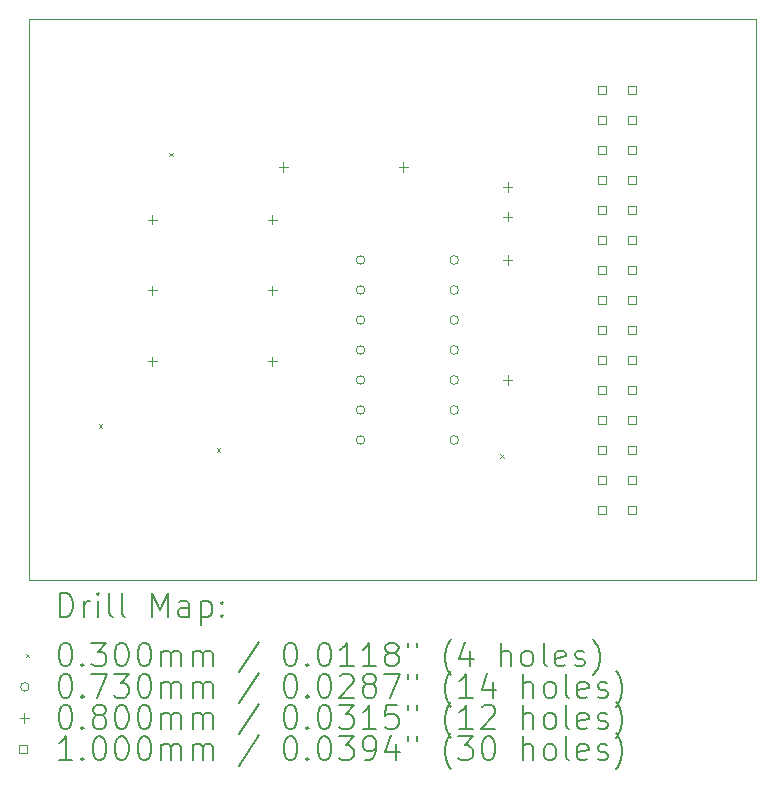
<source format=gbr>
%TF.GenerationSoftware,KiCad,Pcbnew,8.0.6*%
%TF.CreationDate,2025-07-03T11:32:38-04:00*%
%TF.ProjectId,pcb_reset_buffer,7063625f-7265-4736-9574-5f6275666665,rev?*%
%TF.SameCoordinates,Original*%
%TF.FileFunction,Drillmap*%
%TF.FilePolarity,Positive*%
%FSLAX45Y45*%
G04 Gerber Fmt 4.5, Leading zero omitted, Abs format (unit mm)*
G04 Created by KiCad (PCBNEW 8.0.6) date 2025-07-03 11:32:38*
%MOMM*%
%LPD*%
G01*
G04 APERTURE LIST*
%ADD10C,0.050000*%
%ADD11C,0.200000*%
%ADD12C,0.100000*%
G04 APERTURE END LIST*
D10*
X9450000Y-6600000D02*
X15600000Y-6600000D01*
X15600000Y-11350000D01*
X9450000Y-11350000D01*
X9450000Y-6600000D01*
D11*
D12*
X10035000Y-10035000D02*
X10065000Y-10065000D01*
X10065000Y-10035000D02*
X10035000Y-10065000D01*
X10635000Y-7735000D02*
X10665000Y-7765000D01*
X10665000Y-7735000D02*
X10635000Y-7765000D01*
X11035000Y-10235000D02*
X11065000Y-10265000D01*
X11065000Y-10235000D02*
X11035000Y-10265000D01*
X13435000Y-10285000D02*
X13465000Y-10315000D01*
X13465000Y-10285000D02*
X13435000Y-10315000D01*
X12289500Y-8642500D02*
G75*
G02*
X12216500Y-8642500I-36500J0D01*
G01*
X12216500Y-8642500D02*
G75*
G02*
X12289500Y-8642500I36500J0D01*
G01*
X12289500Y-8896500D02*
G75*
G02*
X12216500Y-8896500I-36500J0D01*
G01*
X12216500Y-8896500D02*
G75*
G02*
X12289500Y-8896500I36500J0D01*
G01*
X12289500Y-9150500D02*
G75*
G02*
X12216500Y-9150500I-36500J0D01*
G01*
X12216500Y-9150500D02*
G75*
G02*
X12289500Y-9150500I36500J0D01*
G01*
X12289500Y-9404500D02*
G75*
G02*
X12216500Y-9404500I-36500J0D01*
G01*
X12216500Y-9404500D02*
G75*
G02*
X12289500Y-9404500I36500J0D01*
G01*
X12289500Y-9658500D02*
G75*
G02*
X12216500Y-9658500I-36500J0D01*
G01*
X12216500Y-9658500D02*
G75*
G02*
X12289500Y-9658500I36500J0D01*
G01*
X12289500Y-9912500D02*
G75*
G02*
X12216500Y-9912500I-36500J0D01*
G01*
X12216500Y-9912500D02*
G75*
G02*
X12289500Y-9912500I36500J0D01*
G01*
X12289500Y-10166500D02*
G75*
G02*
X12216500Y-10166500I-36500J0D01*
G01*
X12216500Y-10166500D02*
G75*
G02*
X12289500Y-10166500I36500J0D01*
G01*
X13083500Y-8642500D02*
G75*
G02*
X13010500Y-8642500I-36500J0D01*
G01*
X13010500Y-8642500D02*
G75*
G02*
X13083500Y-8642500I36500J0D01*
G01*
X13083500Y-8896500D02*
G75*
G02*
X13010500Y-8896500I-36500J0D01*
G01*
X13010500Y-8896500D02*
G75*
G02*
X13083500Y-8896500I36500J0D01*
G01*
X13083500Y-9150500D02*
G75*
G02*
X13010500Y-9150500I-36500J0D01*
G01*
X13010500Y-9150500D02*
G75*
G02*
X13083500Y-9150500I36500J0D01*
G01*
X13083500Y-9404500D02*
G75*
G02*
X13010500Y-9404500I-36500J0D01*
G01*
X13010500Y-9404500D02*
G75*
G02*
X13083500Y-9404500I36500J0D01*
G01*
X13083500Y-9658500D02*
G75*
G02*
X13010500Y-9658500I-36500J0D01*
G01*
X13010500Y-9658500D02*
G75*
G02*
X13083500Y-9658500I36500J0D01*
G01*
X13083500Y-9912500D02*
G75*
G02*
X13010500Y-9912500I-36500J0D01*
G01*
X13010500Y-9912500D02*
G75*
G02*
X13083500Y-9912500I36500J0D01*
G01*
X13083500Y-10166500D02*
G75*
G02*
X13010500Y-10166500I-36500J0D01*
G01*
X13010500Y-10166500D02*
G75*
G02*
X13083500Y-10166500I36500J0D01*
G01*
X10492000Y-8260000D02*
X10492000Y-8340000D01*
X10452000Y-8300000D02*
X10532000Y-8300000D01*
X10492000Y-8860000D02*
X10492000Y-8940000D01*
X10452000Y-8900000D02*
X10532000Y-8900000D01*
X10492000Y-9460000D02*
X10492000Y-9540000D01*
X10452000Y-9500000D02*
X10532000Y-9500000D01*
X11508000Y-8260000D02*
X11508000Y-8340000D01*
X11468000Y-8300000D02*
X11548000Y-8300000D01*
X11508000Y-8860000D02*
X11508000Y-8940000D01*
X11468000Y-8900000D02*
X11548000Y-8900000D01*
X11508000Y-9460000D02*
X11508000Y-9540000D01*
X11468000Y-9500000D02*
X11548000Y-9500000D01*
X11600000Y-7814500D02*
X11600000Y-7894500D01*
X11560000Y-7854500D02*
X11640000Y-7854500D01*
X12616000Y-7814500D02*
X12616000Y-7894500D01*
X12576000Y-7854500D02*
X12656000Y-7854500D01*
X13500000Y-7985000D02*
X13500000Y-8065000D01*
X13460000Y-8025000D02*
X13540000Y-8025000D01*
X13500000Y-8235000D02*
X13500000Y-8315000D01*
X13460000Y-8275000D02*
X13540000Y-8275000D01*
X13500000Y-8602000D02*
X13500000Y-8682000D01*
X13460000Y-8642000D02*
X13540000Y-8642000D01*
X13500000Y-9618000D02*
X13500000Y-9698000D01*
X13460000Y-9658000D02*
X13540000Y-9658000D01*
X14331356Y-7237356D02*
X14331356Y-7166644D01*
X14260644Y-7166644D01*
X14260644Y-7237356D01*
X14331356Y-7237356D01*
X14331356Y-7491356D02*
X14331356Y-7420644D01*
X14260644Y-7420644D01*
X14260644Y-7491356D01*
X14331356Y-7491356D01*
X14331356Y-7745356D02*
X14331356Y-7674644D01*
X14260644Y-7674644D01*
X14260644Y-7745356D01*
X14331356Y-7745356D01*
X14331356Y-7999356D02*
X14331356Y-7928644D01*
X14260644Y-7928644D01*
X14260644Y-7999356D01*
X14331356Y-7999356D01*
X14331356Y-8253356D02*
X14331356Y-8182644D01*
X14260644Y-8182644D01*
X14260644Y-8253356D01*
X14331356Y-8253356D01*
X14331356Y-8507356D02*
X14331356Y-8436644D01*
X14260644Y-8436644D01*
X14260644Y-8507356D01*
X14331356Y-8507356D01*
X14331356Y-8761356D02*
X14331356Y-8690644D01*
X14260644Y-8690644D01*
X14260644Y-8761356D01*
X14331356Y-8761356D01*
X14331356Y-9015356D02*
X14331356Y-8944644D01*
X14260644Y-8944644D01*
X14260644Y-9015356D01*
X14331356Y-9015356D01*
X14331356Y-9269356D02*
X14331356Y-9198644D01*
X14260644Y-9198644D01*
X14260644Y-9269356D01*
X14331356Y-9269356D01*
X14331356Y-9523356D02*
X14331356Y-9452644D01*
X14260644Y-9452644D01*
X14260644Y-9523356D01*
X14331356Y-9523356D01*
X14331356Y-9777356D02*
X14331356Y-9706644D01*
X14260644Y-9706644D01*
X14260644Y-9777356D01*
X14331356Y-9777356D01*
X14331356Y-10031356D02*
X14331356Y-9960644D01*
X14260644Y-9960644D01*
X14260644Y-10031356D01*
X14331356Y-10031356D01*
X14331356Y-10285356D02*
X14331356Y-10214644D01*
X14260644Y-10214644D01*
X14260644Y-10285356D01*
X14331356Y-10285356D01*
X14331356Y-10539356D02*
X14331356Y-10468644D01*
X14260644Y-10468644D01*
X14260644Y-10539356D01*
X14331356Y-10539356D01*
X14331356Y-10793356D02*
X14331356Y-10722644D01*
X14260644Y-10722644D01*
X14260644Y-10793356D01*
X14331356Y-10793356D01*
X14585356Y-7237356D02*
X14585356Y-7166644D01*
X14514644Y-7166644D01*
X14514644Y-7237356D01*
X14585356Y-7237356D01*
X14585356Y-7491356D02*
X14585356Y-7420644D01*
X14514644Y-7420644D01*
X14514644Y-7491356D01*
X14585356Y-7491356D01*
X14585356Y-7745356D02*
X14585356Y-7674644D01*
X14514644Y-7674644D01*
X14514644Y-7745356D01*
X14585356Y-7745356D01*
X14585356Y-7999356D02*
X14585356Y-7928644D01*
X14514644Y-7928644D01*
X14514644Y-7999356D01*
X14585356Y-7999356D01*
X14585356Y-8253356D02*
X14585356Y-8182644D01*
X14514644Y-8182644D01*
X14514644Y-8253356D01*
X14585356Y-8253356D01*
X14585356Y-8507356D02*
X14585356Y-8436644D01*
X14514644Y-8436644D01*
X14514644Y-8507356D01*
X14585356Y-8507356D01*
X14585356Y-8761356D02*
X14585356Y-8690644D01*
X14514644Y-8690644D01*
X14514644Y-8761356D01*
X14585356Y-8761356D01*
X14585356Y-9015356D02*
X14585356Y-8944644D01*
X14514644Y-8944644D01*
X14514644Y-9015356D01*
X14585356Y-9015356D01*
X14585356Y-9269356D02*
X14585356Y-9198644D01*
X14514644Y-9198644D01*
X14514644Y-9269356D01*
X14585356Y-9269356D01*
X14585356Y-9523356D02*
X14585356Y-9452644D01*
X14514644Y-9452644D01*
X14514644Y-9523356D01*
X14585356Y-9523356D01*
X14585356Y-9777356D02*
X14585356Y-9706644D01*
X14514644Y-9706644D01*
X14514644Y-9777356D01*
X14585356Y-9777356D01*
X14585356Y-10031356D02*
X14585356Y-9960644D01*
X14514644Y-9960644D01*
X14514644Y-10031356D01*
X14585356Y-10031356D01*
X14585356Y-10285356D02*
X14585356Y-10214644D01*
X14514644Y-10214644D01*
X14514644Y-10285356D01*
X14585356Y-10285356D01*
X14585356Y-10539356D02*
X14585356Y-10468644D01*
X14514644Y-10468644D01*
X14514644Y-10539356D01*
X14585356Y-10539356D01*
X14585356Y-10793356D02*
X14585356Y-10722644D01*
X14514644Y-10722644D01*
X14514644Y-10793356D01*
X14585356Y-10793356D01*
D11*
X9708277Y-11663984D02*
X9708277Y-11463984D01*
X9708277Y-11463984D02*
X9755896Y-11463984D01*
X9755896Y-11463984D02*
X9784467Y-11473508D01*
X9784467Y-11473508D02*
X9803515Y-11492555D01*
X9803515Y-11492555D02*
X9813039Y-11511603D01*
X9813039Y-11511603D02*
X9822563Y-11549698D01*
X9822563Y-11549698D02*
X9822563Y-11578269D01*
X9822563Y-11578269D02*
X9813039Y-11616365D01*
X9813039Y-11616365D02*
X9803515Y-11635412D01*
X9803515Y-11635412D02*
X9784467Y-11654460D01*
X9784467Y-11654460D02*
X9755896Y-11663984D01*
X9755896Y-11663984D02*
X9708277Y-11663984D01*
X9908277Y-11663984D02*
X9908277Y-11530650D01*
X9908277Y-11568746D02*
X9917801Y-11549698D01*
X9917801Y-11549698D02*
X9927324Y-11540174D01*
X9927324Y-11540174D02*
X9946372Y-11530650D01*
X9946372Y-11530650D02*
X9965420Y-11530650D01*
X10032086Y-11663984D02*
X10032086Y-11530650D01*
X10032086Y-11463984D02*
X10022563Y-11473508D01*
X10022563Y-11473508D02*
X10032086Y-11483031D01*
X10032086Y-11483031D02*
X10041610Y-11473508D01*
X10041610Y-11473508D02*
X10032086Y-11463984D01*
X10032086Y-11463984D02*
X10032086Y-11483031D01*
X10155896Y-11663984D02*
X10136848Y-11654460D01*
X10136848Y-11654460D02*
X10127324Y-11635412D01*
X10127324Y-11635412D02*
X10127324Y-11463984D01*
X10260658Y-11663984D02*
X10241610Y-11654460D01*
X10241610Y-11654460D02*
X10232086Y-11635412D01*
X10232086Y-11635412D02*
X10232086Y-11463984D01*
X10489229Y-11663984D02*
X10489229Y-11463984D01*
X10489229Y-11463984D02*
X10555896Y-11606841D01*
X10555896Y-11606841D02*
X10622563Y-11463984D01*
X10622563Y-11463984D02*
X10622563Y-11663984D01*
X10803515Y-11663984D02*
X10803515Y-11559222D01*
X10803515Y-11559222D02*
X10793991Y-11540174D01*
X10793991Y-11540174D02*
X10774944Y-11530650D01*
X10774944Y-11530650D02*
X10736848Y-11530650D01*
X10736848Y-11530650D02*
X10717801Y-11540174D01*
X10803515Y-11654460D02*
X10784467Y-11663984D01*
X10784467Y-11663984D02*
X10736848Y-11663984D01*
X10736848Y-11663984D02*
X10717801Y-11654460D01*
X10717801Y-11654460D02*
X10708277Y-11635412D01*
X10708277Y-11635412D02*
X10708277Y-11616365D01*
X10708277Y-11616365D02*
X10717801Y-11597317D01*
X10717801Y-11597317D02*
X10736848Y-11587793D01*
X10736848Y-11587793D02*
X10784467Y-11587793D01*
X10784467Y-11587793D02*
X10803515Y-11578269D01*
X10898753Y-11530650D02*
X10898753Y-11730650D01*
X10898753Y-11540174D02*
X10917801Y-11530650D01*
X10917801Y-11530650D02*
X10955896Y-11530650D01*
X10955896Y-11530650D02*
X10974944Y-11540174D01*
X10974944Y-11540174D02*
X10984467Y-11549698D01*
X10984467Y-11549698D02*
X10993991Y-11568746D01*
X10993991Y-11568746D02*
X10993991Y-11625888D01*
X10993991Y-11625888D02*
X10984467Y-11644936D01*
X10984467Y-11644936D02*
X10974944Y-11654460D01*
X10974944Y-11654460D02*
X10955896Y-11663984D01*
X10955896Y-11663984D02*
X10917801Y-11663984D01*
X10917801Y-11663984D02*
X10898753Y-11654460D01*
X11079705Y-11644936D02*
X11089229Y-11654460D01*
X11089229Y-11654460D02*
X11079705Y-11663984D01*
X11079705Y-11663984D02*
X11070182Y-11654460D01*
X11070182Y-11654460D02*
X11079705Y-11644936D01*
X11079705Y-11644936D02*
X11079705Y-11663984D01*
X11079705Y-11540174D02*
X11089229Y-11549698D01*
X11089229Y-11549698D02*
X11079705Y-11559222D01*
X11079705Y-11559222D02*
X11070182Y-11549698D01*
X11070182Y-11549698D02*
X11079705Y-11540174D01*
X11079705Y-11540174D02*
X11079705Y-11559222D01*
D12*
X9417500Y-11977500D02*
X9447500Y-12007500D01*
X9447500Y-11977500D02*
X9417500Y-12007500D01*
D11*
X9746372Y-11883984D02*
X9765420Y-11883984D01*
X9765420Y-11883984D02*
X9784467Y-11893508D01*
X9784467Y-11893508D02*
X9793991Y-11903031D01*
X9793991Y-11903031D02*
X9803515Y-11922079D01*
X9803515Y-11922079D02*
X9813039Y-11960174D01*
X9813039Y-11960174D02*
X9813039Y-12007793D01*
X9813039Y-12007793D02*
X9803515Y-12045888D01*
X9803515Y-12045888D02*
X9793991Y-12064936D01*
X9793991Y-12064936D02*
X9784467Y-12074460D01*
X9784467Y-12074460D02*
X9765420Y-12083984D01*
X9765420Y-12083984D02*
X9746372Y-12083984D01*
X9746372Y-12083984D02*
X9727324Y-12074460D01*
X9727324Y-12074460D02*
X9717801Y-12064936D01*
X9717801Y-12064936D02*
X9708277Y-12045888D01*
X9708277Y-12045888D02*
X9698753Y-12007793D01*
X9698753Y-12007793D02*
X9698753Y-11960174D01*
X9698753Y-11960174D02*
X9708277Y-11922079D01*
X9708277Y-11922079D02*
X9717801Y-11903031D01*
X9717801Y-11903031D02*
X9727324Y-11893508D01*
X9727324Y-11893508D02*
X9746372Y-11883984D01*
X9898753Y-12064936D02*
X9908277Y-12074460D01*
X9908277Y-12074460D02*
X9898753Y-12083984D01*
X9898753Y-12083984D02*
X9889229Y-12074460D01*
X9889229Y-12074460D02*
X9898753Y-12064936D01*
X9898753Y-12064936D02*
X9898753Y-12083984D01*
X9974944Y-11883984D02*
X10098753Y-11883984D01*
X10098753Y-11883984D02*
X10032086Y-11960174D01*
X10032086Y-11960174D02*
X10060658Y-11960174D01*
X10060658Y-11960174D02*
X10079705Y-11969698D01*
X10079705Y-11969698D02*
X10089229Y-11979222D01*
X10089229Y-11979222D02*
X10098753Y-11998269D01*
X10098753Y-11998269D02*
X10098753Y-12045888D01*
X10098753Y-12045888D02*
X10089229Y-12064936D01*
X10089229Y-12064936D02*
X10079705Y-12074460D01*
X10079705Y-12074460D02*
X10060658Y-12083984D01*
X10060658Y-12083984D02*
X10003515Y-12083984D01*
X10003515Y-12083984D02*
X9984467Y-12074460D01*
X9984467Y-12074460D02*
X9974944Y-12064936D01*
X10222563Y-11883984D02*
X10241610Y-11883984D01*
X10241610Y-11883984D02*
X10260658Y-11893508D01*
X10260658Y-11893508D02*
X10270182Y-11903031D01*
X10270182Y-11903031D02*
X10279705Y-11922079D01*
X10279705Y-11922079D02*
X10289229Y-11960174D01*
X10289229Y-11960174D02*
X10289229Y-12007793D01*
X10289229Y-12007793D02*
X10279705Y-12045888D01*
X10279705Y-12045888D02*
X10270182Y-12064936D01*
X10270182Y-12064936D02*
X10260658Y-12074460D01*
X10260658Y-12074460D02*
X10241610Y-12083984D01*
X10241610Y-12083984D02*
X10222563Y-12083984D01*
X10222563Y-12083984D02*
X10203515Y-12074460D01*
X10203515Y-12074460D02*
X10193991Y-12064936D01*
X10193991Y-12064936D02*
X10184467Y-12045888D01*
X10184467Y-12045888D02*
X10174944Y-12007793D01*
X10174944Y-12007793D02*
X10174944Y-11960174D01*
X10174944Y-11960174D02*
X10184467Y-11922079D01*
X10184467Y-11922079D02*
X10193991Y-11903031D01*
X10193991Y-11903031D02*
X10203515Y-11893508D01*
X10203515Y-11893508D02*
X10222563Y-11883984D01*
X10413039Y-11883984D02*
X10432086Y-11883984D01*
X10432086Y-11883984D02*
X10451134Y-11893508D01*
X10451134Y-11893508D02*
X10460658Y-11903031D01*
X10460658Y-11903031D02*
X10470182Y-11922079D01*
X10470182Y-11922079D02*
X10479705Y-11960174D01*
X10479705Y-11960174D02*
X10479705Y-12007793D01*
X10479705Y-12007793D02*
X10470182Y-12045888D01*
X10470182Y-12045888D02*
X10460658Y-12064936D01*
X10460658Y-12064936D02*
X10451134Y-12074460D01*
X10451134Y-12074460D02*
X10432086Y-12083984D01*
X10432086Y-12083984D02*
X10413039Y-12083984D01*
X10413039Y-12083984D02*
X10393991Y-12074460D01*
X10393991Y-12074460D02*
X10384467Y-12064936D01*
X10384467Y-12064936D02*
X10374944Y-12045888D01*
X10374944Y-12045888D02*
X10365420Y-12007793D01*
X10365420Y-12007793D02*
X10365420Y-11960174D01*
X10365420Y-11960174D02*
X10374944Y-11922079D01*
X10374944Y-11922079D02*
X10384467Y-11903031D01*
X10384467Y-11903031D02*
X10393991Y-11893508D01*
X10393991Y-11893508D02*
X10413039Y-11883984D01*
X10565420Y-12083984D02*
X10565420Y-11950650D01*
X10565420Y-11969698D02*
X10574944Y-11960174D01*
X10574944Y-11960174D02*
X10593991Y-11950650D01*
X10593991Y-11950650D02*
X10622563Y-11950650D01*
X10622563Y-11950650D02*
X10641610Y-11960174D01*
X10641610Y-11960174D02*
X10651134Y-11979222D01*
X10651134Y-11979222D02*
X10651134Y-12083984D01*
X10651134Y-11979222D02*
X10660658Y-11960174D01*
X10660658Y-11960174D02*
X10679705Y-11950650D01*
X10679705Y-11950650D02*
X10708277Y-11950650D01*
X10708277Y-11950650D02*
X10727325Y-11960174D01*
X10727325Y-11960174D02*
X10736848Y-11979222D01*
X10736848Y-11979222D02*
X10736848Y-12083984D01*
X10832086Y-12083984D02*
X10832086Y-11950650D01*
X10832086Y-11969698D02*
X10841610Y-11960174D01*
X10841610Y-11960174D02*
X10860658Y-11950650D01*
X10860658Y-11950650D02*
X10889229Y-11950650D01*
X10889229Y-11950650D02*
X10908277Y-11960174D01*
X10908277Y-11960174D02*
X10917801Y-11979222D01*
X10917801Y-11979222D02*
X10917801Y-12083984D01*
X10917801Y-11979222D02*
X10927325Y-11960174D01*
X10927325Y-11960174D02*
X10946372Y-11950650D01*
X10946372Y-11950650D02*
X10974944Y-11950650D01*
X10974944Y-11950650D02*
X10993991Y-11960174D01*
X10993991Y-11960174D02*
X11003515Y-11979222D01*
X11003515Y-11979222D02*
X11003515Y-12083984D01*
X11393991Y-11874460D02*
X11222563Y-12131603D01*
X11651134Y-11883984D02*
X11670182Y-11883984D01*
X11670182Y-11883984D02*
X11689229Y-11893508D01*
X11689229Y-11893508D02*
X11698753Y-11903031D01*
X11698753Y-11903031D02*
X11708277Y-11922079D01*
X11708277Y-11922079D02*
X11717801Y-11960174D01*
X11717801Y-11960174D02*
X11717801Y-12007793D01*
X11717801Y-12007793D02*
X11708277Y-12045888D01*
X11708277Y-12045888D02*
X11698753Y-12064936D01*
X11698753Y-12064936D02*
X11689229Y-12074460D01*
X11689229Y-12074460D02*
X11670182Y-12083984D01*
X11670182Y-12083984D02*
X11651134Y-12083984D01*
X11651134Y-12083984D02*
X11632086Y-12074460D01*
X11632086Y-12074460D02*
X11622563Y-12064936D01*
X11622563Y-12064936D02*
X11613039Y-12045888D01*
X11613039Y-12045888D02*
X11603515Y-12007793D01*
X11603515Y-12007793D02*
X11603515Y-11960174D01*
X11603515Y-11960174D02*
X11613039Y-11922079D01*
X11613039Y-11922079D02*
X11622563Y-11903031D01*
X11622563Y-11903031D02*
X11632086Y-11893508D01*
X11632086Y-11893508D02*
X11651134Y-11883984D01*
X11803515Y-12064936D02*
X11813039Y-12074460D01*
X11813039Y-12074460D02*
X11803515Y-12083984D01*
X11803515Y-12083984D02*
X11793991Y-12074460D01*
X11793991Y-12074460D02*
X11803515Y-12064936D01*
X11803515Y-12064936D02*
X11803515Y-12083984D01*
X11936848Y-11883984D02*
X11955896Y-11883984D01*
X11955896Y-11883984D02*
X11974944Y-11893508D01*
X11974944Y-11893508D02*
X11984467Y-11903031D01*
X11984467Y-11903031D02*
X11993991Y-11922079D01*
X11993991Y-11922079D02*
X12003515Y-11960174D01*
X12003515Y-11960174D02*
X12003515Y-12007793D01*
X12003515Y-12007793D02*
X11993991Y-12045888D01*
X11993991Y-12045888D02*
X11984467Y-12064936D01*
X11984467Y-12064936D02*
X11974944Y-12074460D01*
X11974944Y-12074460D02*
X11955896Y-12083984D01*
X11955896Y-12083984D02*
X11936848Y-12083984D01*
X11936848Y-12083984D02*
X11917801Y-12074460D01*
X11917801Y-12074460D02*
X11908277Y-12064936D01*
X11908277Y-12064936D02*
X11898753Y-12045888D01*
X11898753Y-12045888D02*
X11889229Y-12007793D01*
X11889229Y-12007793D02*
X11889229Y-11960174D01*
X11889229Y-11960174D02*
X11898753Y-11922079D01*
X11898753Y-11922079D02*
X11908277Y-11903031D01*
X11908277Y-11903031D02*
X11917801Y-11893508D01*
X11917801Y-11893508D02*
X11936848Y-11883984D01*
X12193991Y-12083984D02*
X12079706Y-12083984D01*
X12136848Y-12083984D02*
X12136848Y-11883984D01*
X12136848Y-11883984D02*
X12117801Y-11912555D01*
X12117801Y-11912555D02*
X12098753Y-11931603D01*
X12098753Y-11931603D02*
X12079706Y-11941127D01*
X12384467Y-12083984D02*
X12270182Y-12083984D01*
X12327325Y-12083984D02*
X12327325Y-11883984D01*
X12327325Y-11883984D02*
X12308277Y-11912555D01*
X12308277Y-11912555D02*
X12289229Y-11931603D01*
X12289229Y-11931603D02*
X12270182Y-11941127D01*
X12498753Y-11969698D02*
X12479706Y-11960174D01*
X12479706Y-11960174D02*
X12470182Y-11950650D01*
X12470182Y-11950650D02*
X12460658Y-11931603D01*
X12460658Y-11931603D02*
X12460658Y-11922079D01*
X12460658Y-11922079D02*
X12470182Y-11903031D01*
X12470182Y-11903031D02*
X12479706Y-11893508D01*
X12479706Y-11893508D02*
X12498753Y-11883984D01*
X12498753Y-11883984D02*
X12536848Y-11883984D01*
X12536848Y-11883984D02*
X12555896Y-11893508D01*
X12555896Y-11893508D02*
X12565420Y-11903031D01*
X12565420Y-11903031D02*
X12574944Y-11922079D01*
X12574944Y-11922079D02*
X12574944Y-11931603D01*
X12574944Y-11931603D02*
X12565420Y-11950650D01*
X12565420Y-11950650D02*
X12555896Y-11960174D01*
X12555896Y-11960174D02*
X12536848Y-11969698D01*
X12536848Y-11969698D02*
X12498753Y-11969698D01*
X12498753Y-11969698D02*
X12479706Y-11979222D01*
X12479706Y-11979222D02*
X12470182Y-11988746D01*
X12470182Y-11988746D02*
X12460658Y-12007793D01*
X12460658Y-12007793D02*
X12460658Y-12045888D01*
X12460658Y-12045888D02*
X12470182Y-12064936D01*
X12470182Y-12064936D02*
X12479706Y-12074460D01*
X12479706Y-12074460D02*
X12498753Y-12083984D01*
X12498753Y-12083984D02*
X12536848Y-12083984D01*
X12536848Y-12083984D02*
X12555896Y-12074460D01*
X12555896Y-12074460D02*
X12565420Y-12064936D01*
X12565420Y-12064936D02*
X12574944Y-12045888D01*
X12574944Y-12045888D02*
X12574944Y-12007793D01*
X12574944Y-12007793D02*
X12565420Y-11988746D01*
X12565420Y-11988746D02*
X12555896Y-11979222D01*
X12555896Y-11979222D02*
X12536848Y-11969698D01*
X12651134Y-11883984D02*
X12651134Y-11922079D01*
X12727325Y-11883984D02*
X12727325Y-11922079D01*
X13022563Y-12160174D02*
X13013039Y-12150650D01*
X13013039Y-12150650D02*
X12993991Y-12122079D01*
X12993991Y-12122079D02*
X12984468Y-12103031D01*
X12984468Y-12103031D02*
X12974944Y-12074460D01*
X12974944Y-12074460D02*
X12965420Y-12026841D01*
X12965420Y-12026841D02*
X12965420Y-11988746D01*
X12965420Y-11988746D02*
X12974944Y-11941127D01*
X12974944Y-11941127D02*
X12984468Y-11912555D01*
X12984468Y-11912555D02*
X12993991Y-11893508D01*
X12993991Y-11893508D02*
X13013039Y-11864936D01*
X13013039Y-11864936D02*
X13022563Y-11855412D01*
X13184468Y-11950650D02*
X13184468Y-12083984D01*
X13136848Y-11874460D02*
X13089229Y-12017317D01*
X13089229Y-12017317D02*
X13213039Y-12017317D01*
X13441610Y-12083984D02*
X13441610Y-11883984D01*
X13527325Y-12083984D02*
X13527325Y-11979222D01*
X13527325Y-11979222D02*
X13517801Y-11960174D01*
X13517801Y-11960174D02*
X13498753Y-11950650D01*
X13498753Y-11950650D02*
X13470182Y-11950650D01*
X13470182Y-11950650D02*
X13451134Y-11960174D01*
X13451134Y-11960174D02*
X13441610Y-11969698D01*
X13651134Y-12083984D02*
X13632087Y-12074460D01*
X13632087Y-12074460D02*
X13622563Y-12064936D01*
X13622563Y-12064936D02*
X13613039Y-12045888D01*
X13613039Y-12045888D02*
X13613039Y-11988746D01*
X13613039Y-11988746D02*
X13622563Y-11969698D01*
X13622563Y-11969698D02*
X13632087Y-11960174D01*
X13632087Y-11960174D02*
X13651134Y-11950650D01*
X13651134Y-11950650D02*
X13679706Y-11950650D01*
X13679706Y-11950650D02*
X13698753Y-11960174D01*
X13698753Y-11960174D02*
X13708277Y-11969698D01*
X13708277Y-11969698D02*
X13717801Y-11988746D01*
X13717801Y-11988746D02*
X13717801Y-12045888D01*
X13717801Y-12045888D02*
X13708277Y-12064936D01*
X13708277Y-12064936D02*
X13698753Y-12074460D01*
X13698753Y-12074460D02*
X13679706Y-12083984D01*
X13679706Y-12083984D02*
X13651134Y-12083984D01*
X13832087Y-12083984D02*
X13813039Y-12074460D01*
X13813039Y-12074460D02*
X13803515Y-12055412D01*
X13803515Y-12055412D02*
X13803515Y-11883984D01*
X13984468Y-12074460D02*
X13965420Y-12083984D01*
X13965420Y-12083984D02*
X13927325Y-12083984D01*
X13927325Y-12083984D02*
X13908277Y-12074460D01*
X13908277Y-12074460D02*
X13898753Y-12055412D01*
X13898753Y-12055412D02*
X13898753Y-11979222D01*
X13898753Y-11979222D02*
X13908277Y-11960174D01*
X13908277Y-11960174D02*
X13927325Y-11950650D01*
X13927325Y-11950650D02*
X13965420Y-11950650D01*
X13965420Y-11950650D02*
X13984468Y-11960174D01*
X13984468Y-11960174D02*
X13993991Y-11979222D01*
X13993991Y-11979222D02*
X13993991Y-11998269D01*
X13993991Y-11998269D02*
X13898753Y-12017317D01*
X14070182Y-12074460D02*
X14089230Y-12083984D01*
X14089230Y-12083984D02*
X14127325Y-12083984D01*
X14127325Y-12083984D02*
X14146372Y-12074460D01*
X14146372Y-12074460D02*
X14155896Y-12055412D01*
X14155896Y-12055412D02*
X14155896Y-12045888D01*
X14155896Y-12045888D02*
X14146372Y-12026841D01*
X14146372Y-12026841D02*
X14127325Y-12017317D01*
X14127325Y-12017317D02*
X14098753Y-12017317D01*
X14098753Y-12017317D02*
X14079706Y-12007793D01*
X14079706Y-12007793D02*
X14070182Y-11988746D01*
X14070182Y-11988746D02*
X14070182Y-11979222D01*
X14070182Y-11979222D02*
X14079706Y-11960174D01*
X14079706Y-11960174D02*
X14098753Y-11950650D01*
X14098753Y-11950650D02*
X14127325Y-11950650D01*
X14127325Y-11950650D02*
X14146372Y-11960174D01*
X14222563Y-12160174D02*
X14232087Y-12150650D01*
X14232087Y-12150650D02*
X14251134Y-12122079D01*
X14251134Y-12122079D02*
X14260658Y-12103031D01*
X14260658Y-12103031D02*
X14270182Y-12074460D01*
X14270182Y-12074460D02*
X14279706Y-12026841D01*
X14279706Y-12026841D02*
X14279706Y-11988746D01*
X14279706Y-11988746D02*
X14270182Y-11941127D01*
X14270182Y-11941127D02*
X14260658Y-11912555D01*
X14260658Y-11912555D02*
X14251134Y-11893508D01*
X14251134Y-11893508D02*
X14232087Y-11864936D01*
X14232087Y-11864936D02*
X14222563Y-11855412D01*
D12*
X9447500Y-12256500D02*
G75*
G02*
X9374500Y-12256500I-36500J0D01*
G01*
X9374500Y-12256500D02*
G75*
G02*
X9447500Y-12256500I36500J0D01*
G01*
D11*
X9746372Y-12147984D02*
X9765420Y-12147984D01*
X9765420Y-12147984D02*
X9784467Y-12157508D01*
X9784467Y-12157508D02*
X9793991Y-12167031D01*
X9793991Y-12167031D02*
X9803515Y-12186079D01*
X9803515Y-12186079D02*
X9813039Y-12224174D01*
X9813039Y-12224174D02*
X9813039Y-12271793D01*
X9813039Y-12271793D02*
X9803515Y-12309888D01*
X9803515Y-12309888D02*
X9793991Y-12328936D01*
X9793991Y-12328936D02*
X9784467Y-12338460D01*
X9784467Y-12338460D02*
X9765420Y-12347984D01*
X9765420Y-12347984D02*
X9746372Y-12347984D01*
X9746372Y-12347984D02*
X9727324Y-12338460D01*
X9727324Y-12338460D02*
X9717801Y-12328936D01*
X9717801Y-12328936D02*
X9708277Y-12309888D01*
X9708277Y-12309888D02*
X9698753Y-12271793D01*
X9698753Y-12271793D02*
X9698753Y-12224174D01*
X9698753Y-12224174D02*
X9708277Y-12186079D01*
X9708277Y-12186079D02*
X9717801Y-12167031D01*
X9717801Y-12167031D02*
X9727324Y-12157508D01*
X9727324Y-12157508D02*
X9746372Y-12147984D01*
X9898753Y-12328936D02*
X9908277Y-12338460D01*
X9908277Y-12338460D02*
X9898753Y-12347984D01*
X9898753Y-12347984D02*
X9889229Y-12338460D01*
X9889229Y-12338460D02*
X9898753Y-12328936D01*
X9898753Y-12328936D02*
X9898753Y-12347984D01*
X9974944Y-12147984D02*
X10108277Y-12147984D01*
X10108277Y-12147984D02*
X10022563Y-12347984D01*
X10165420Y-12147984D02*
X10289229Y-12147984D01*
X10289229Y-12147984D02*
X10222563Y-12224174D01*
X10222563Y-12224174D02*
X10251134Y-12224174D01*
X10251134Y-12224174D02*
X10270182Y-12233698D01*
X10270182Y-12233698D02*
X10279705Y-12243222D01*
X10279705Y-12243222D02*
X10289229Y-12262269D01*
X10289229Y-12262269D02*
X10289229Y-12309888D01*
X10289229Y-12309888D02*
X10279705Y-12328936D01*
X10279705Y-12328936D02*
X10270182Y-12338460D01*
X10270182Y-12338460D02*
X10251134Y-12347984D01*
X10251134Y-12347984D02*
X10193991Y-12347984D01*
X10193991Y-12347984D02*
X10174944Y-12338460D01*
X10174944Y-12338460D02*
X10165420Y-12328936D01*
X10413039Y-12147984D02*
X10432086Y-12147984D01*
X10432086Y-12147984D02*
X10451134Y-12157508D01*
X10451134Y-12157508D02*
X10460658Y-12167031D01*
X10460658Y-12167031D02*
X10470182Y-12186079D01*
X10470182Y-12186079D02*
X10479705Y-12224174D01*
X10479705Y-12224174D02*
X10479705Y-12271793D01*
X10479705Y-12271793D02*
X10470182Y-12309888D01*
X10470182Y-12309888D02*
X10460658Y-12328936D01*
X10460658Y-12328936D02*
X10451134Y-12338460D01*
X10451134Y-12338460D02*
X10432086Y-12347984D01*
X10432086Y-12347984D02*
X10413039Y-12347984D01*
X10413039Y-12347984D02*
X10393991Y-12338460D01*
X10393991Y-12338460D02*
X10384467Y-12328936D01*
X10384467Y-12328936D02*
X10374944Y-12309888D01*
X10374944Y-12309888D02*
X10365420Y-12271793D01*
X10365420Y-12271793D02*
X10365420Y-12224174D01*
X10365420Y-12224174D02*
X10374944Y-12186079D01*
X10374944Y-12186079D02*
X10384467Y-12167031D01*
X10384467Y-12167031D02*
X10393991Y-12157508D01*
X10393991Y-12157508D02*
X10413039Y-12147984D01*
X10565420Y-12347984D02*
X10565420Y-12214650D01*
X10565420Y-12233698D02*
X10574944Y-12224174D01*
X10574944Y-12224174D02*
X10593991Y-12214650D01*
X10593991Y-12214650D02*
X10622563Y-12214650D01*
X10622563Y-12214650D02*
X10641610Y-12224174D01*
X10641610Y-12224174D02*
X10651134Y-12243222D01*
X10651134Y-12243222D02*
X10651134Y-12347984D01*
X10651134Y-12243222D02*
X10660658Y-12224174D01*
X10660658Y-12224174D02*
X10679705Y-12214650D01*
X10679705Y-12214650D02*
X10708277Y-12214650D01*
X10708277Y-12214650D02*
X10727325Y-12224174D01*
X10727325Y-12224174D02*
X10736848Y-12243222D01*
X10736848Y-12243222D02*
X10736848Y-12347984D01*
X10832086Y-12347984D02*
X10832086Y-12214650D01*
X10832086Y-12233698D02*
X10841610Y-12224174D01*
X10841610Y-12224174D02*
X10860658Y-12214650D01*
X10860658Y-12214650D02*
X10889229Y-12214650D01*
X10889229Y-12214650D02*
X10908277Y-12224174D01*
X10908277Y-12224174D02*
X10917801Y-12243222D01*
X10917801Y-12243222D02*
X10917801Y-12347984D01*
X10917801Y-12243222D02*
X10927325Y-12224174D01*
X10927325Y-12224174D02*
X10946372Y-12214650D01*
X10946372Y-12214650D02*
X10974944Y-12214650D01*
X10974944Y-12214650D02*
X10993991Y-12224174D01*
X10993991Y-12224174D02*
X11003515Y-12243222D01*
X11003515Y-12243222D02*
X11003515Y-12347984D01*
X11393991Y-12138460D02*
X11222563Y-12395603D01*
X11651134Y-12147984D02*
X11670182Y-12147984D01*
X11670182Y-12147984D02*
X11689229Y-12157508D01*
X11689229Y-12157508D02*
X11698753Y-12167031D01*
X11698753Y-12167031D02*
X11708277Y-12186079D01*
X11708277Y-12186079D02*
X11717801Y-12224174D01*
X11717801Y-12224174D02*
X11717801Y-12271793D01*
X11717801Y-12271793D02*
X11708277Y-12309888D01*
X11708277Y-12309888D02*
X11698753Y-12328936D01*
X11698753Y-12328936D02*
X11689229Y-12338460D01*
X11689229Y-12338460D02*
X11670182Y-12347984D01*
X11670182Y-12347984D02*
X11651134Y-12347984D01*
X11651134Y-12347984D02*
X11632086Y-12338460D01*
X11632086Y-12338460D02*
X11622563Y-12328936D01*
X11622563Y-12328936D02*
X11613039Y-12309888D01*
X11613039Y-12309888D02*
X11603515Y-12271793D01*
X11603515Y-12271793D02*
X11603515Y-12224174D01*
X11603515Y-12224174D02*
X11613039Y-12186079D01*
X11613039Y-12186079D02*
X11622563Y-12167031D01*
X11622563Y-12167031D02*
X11632086Y-12157508D01*
X11632086Y-12157508D02*
X11651134Y-12147984D01*
X11803515Y-12328936D02*
X11813039Y-12338460D01*
X11813039Y-12338460D02*
X11803515Y-12347984D01*
X11803515Y-12347984D02*
X11793991Y-12338460D01*
X11793991Y-12338460D02*
X11803515Y-12328936D01*
X11803515Y-12328936D02*
X11803515Y-12347984D01*
X11936848Y-12147984D02*
X11955896Y-12147984D01*
X11955896Y-12147984D02*
X11974944Y-12157508D01*
X11974944Y-12157508D02*
X11984467Y-12167031D01*
X11984467Y-12167031D02*
X11993991Y-12186079D01*
X11993991Y-12186079D02*
X12003515Y-12224174D01*
X12003515Y-12224174D02*
X12003515Y-12271793D01*
X12003515Y-12271793D02*
X11993991Y-12309888D01*
X11993991Y-12309888D02*
X11984467Y-12328936D01*
X11984467Y-12328936D02*
X11974944Y-12338460D01*
X11974944Y-12338460D02*
X11955896Y-12347984D01*
X11955896Y-12347984D02*
X11936848Y-12347984D01*
X11936848Y-12347984D02*
X11917801Y-12338460D01*
X11917801Y-12338460D02*
X11908277Y-12328936D01*
X11908277Y-12328936D02*
X11898753Y-12309888D01*
X11898753Y-12309888D02*
X11889229Y-12271793D01*
X11889229Y-12271793D02*
X11889229Y-12224174D01*
X11889229Y-12224174D02*
X11898753Y-12186079D01*
X11898753Y-12186079D02*
X11908277Y-12167031D01*
X11908277Y-12167031D02*
X11917801Y-12157508D01*
X11917801Y-12157508D02*
X11936848Y-12147984D01*
X12079706Y-12167031D02*
X12089229Y-12157508D01*
X12089229Y-12157508D02*
X12108277Y-12147984D01*
X12108277Y-12147984D02*
X12155896Y-12147984D01*
X12155896Y-12147984D02*
X12174944Y-12157508D01*
X12174944Y-12157508D02*
X12184467Y-12167031D01*
X12184467Y-12167031D02*
X12193991Y-12186079D01*
X12193991Y-12186079D02*
X12193991Y-12205127D01*
X12193991Y-12205127D02*
X12184467Y-12233698D01*
X12184467Y-12233698D02*
X12070182Y-12347984D01*
X12070182Y-12347984D02*
X12193991Y-12347984D01*
X12308277Y-12233698D02*
X12289229Y-12224174D01*
X12289229Y-12224174D02*
X12279706Y-12214650D01*
X12279706Y-12214650D02*
X12270182Y-12195603D01*
X12270182Y-12195603D02*
X12270182Y-12186079D01*
X12270182Y-12186079D02*
X12279706Y-12167031D01*
X12279706Y-12167031D02*
X12289229Y-12157508D01*
X12289229Y-12157508D02*
X12308277Y-12147984D01*
X12308277Y-12147984D02*
X12346372Y-12147984D01*
X12346372Y-12147984D02*
X12365420Y-12157508D01*
X12365420Y-12157508D02*
X12374944Y-12167031D01*
X12374944Y-12167031D02*
X12384467Y-12186079D01*
X12384467Y-12186079D02*
X12384467Y-12195603D01*
X12384467Y-12195603D02*
X12374944Y-12214650D01*
X12374944Y-12214650D02*
X12365420Y-12224174D01*
X12365420Y-12224174D02*
X12346372Y-12233698D01*
X12346372Y-12233698D02*
X12308277Y-12233698D01*
X12308277Y-12233698D02*
X12289229Y-12243222D01*
X12289229Y-12243222D02*
X12279706Y-12252746D01*
X12279706Y-12252746D02*
X12270182Y-12271793D01*
X12270182Y-12271793D02*
X12270182Y-12309888D01*
X12270182Y-12309888D02*
X12279706Y-12328936D01*
X12279706Y-12328936D02*
X12289229Y-12338460D01*
X12289229Y-12338460D02*
X12308277Y-12347984D01*
X12308277Y-12347984D02*
X12346372Y-12347984D01*
X12346372Y-12347984D02*
X12365420Y-12338460D01*
X12365420Y-12338460D02*
X12374944Y-12328936D01*
X12374944Y-12328936D02*
X12384467Y-12309888D01*
X12384467Y-12309888D02*
X12384467Y-12271793D01*
X12384467Y-12271793D02*
X12374944Y-12252746D01*
X12374944Y-12252746D02*
X12365420Y-12243222D01*
X12365420Y-12243222D02*
X12346372Y-12233698D01*
X12451134Y-12147984D02*
X12584467Y-12147984D01*
X12584467Y-12147984D02*
X12498753Y-12347984D01*
X12651134Y-12147984D02*
X12651134Y-12186079D01*
X12727325Y-12147984D02*
X12727325Y-12186079D01*
X13022563Y-12424174D02*
X13013039Y-12414650D01*
X13013039Y-12414650D02*
X12993991Y-12386079D01*
X12993991Y-12386079D02*
X12984468Y-12367031D01*
X12984468Y-12367031D02*
X12974944Y-12338460D01*
X12974944Y-12338460D02*
X12965420Y-12290841D01*
X12965420Y-12290841D02*
X12965420Y-12252746D01*
X12965420Y-12252746D02*
X12974944Y-12205127D01*
X12974944Y-12205127D02*
X12984468Y-12176555D01*
X12984468Y-12176555D02*
X12993991Y-12157508D01*
X12993991Y-12157508D02*
X13013039Y-12128936D01*
X13013039Y-12128936D02*
X13022563Y-12119412D01*
X13203515Y-12347984D02*
X13089229Y-12347984D01*
X13146372Y-12347984D02*
X13146372Y-12147984D01*
X13146372Y-12147984D02*
X13127325Y-12176555D01*
X13127325Y-12176555D02*
X13108277Y-12195603D01*
X13108277Y-12195603D02*
X13089229Y-12205127D01*
X13374944Y-12214650D02*
X13374944Y-12347984D01*
X13327325Y-12138460D02*
X13279706Y-12281317D01*
X13279706Y-12281317D02*
X13403515Y-12281317D01*
X13632087Y-12347984D02*
X13632087Y-12147984D01*
X13717801Y-12347984D02*
X13717801Y-12243222D01*
X13717801Y-12243222D02*
X13708277Y-12224174D01*
X13708277Y-12224174D02*
X13689230Y-12214650D01*
X13689230Y-12214650D02*
X13660658Y-12214650D01*
X13660658Y-12214650D02*
X13641610Y-12224174D01*
X13641610Y-12224174D02*
X13632087Y-12233698D01*
X13841610Y-12347984D02*
X13822563Y-12338460D01*
X13822563Y-12338460D02*
X13813039Y-12328936D01*
X13813039Y-12328936D02*
X13803515Y-12309888D01*
X13803515Y-12309888D02*
X13803515Y-12252746D01*
X13803515Y-12252746D02*
X13813039Y-12233698D01*
X13813039Y-12233698D02*
X13822563Y-12224174D01*
X13822563Y-12224174D02*
X13841610Y-12214650D01*
X13841610Y-12214650D02*
X13870182Y-12214650D01*
X13870182Y-12214650D02*
X13889230Y-12224174D01*
X13889230Y-12224174D02*
X13898753Y-12233698D01*
X13898753Y-12233698D02*
X13908277Y-12252746D01*
X13908277Y-12252746D02*
X13908277Y-12309888D01*
X13908277Y-12309888D02*
X13898753Y-12328936D01*
X13898753Y-12328936D02*
X13889230Y-12338460D01*
X13889230Y-12338460D02*
X13870182Y-12347984D01*
X13870182Y-12347984D02*
X13841610Y-12347984D01*
X14022563Y-12347984D02*
X14003515Y-12338460D01*
X14003515Y-12338460D02*
X13993991Y-12319412D01*
X13993991Y-12319412D02*
X13993991Y-12147984D01*
X14174944Y-12338460D02*
X14155896Y-12347984D01*
X14155896Y-12347984D02*
X14117801Y-12347984D01*
X14117801Y-12347984D02*
X14098753Y-12338460D01*
X14098753Y-12338460D02*
X14089230Y-12319412D01*
X14089230Y-12319412D02*
X14089230Y-12243222D01*
X14089230Y-12243222D02*
X14098753Y-12224174D01*
X14098753Y-12224174D02*
X14117801Y-12214650D01*
X14117801Y-12214650D02*
X14155896Y-12214650D01*
X14155896Y-12214650D02*
X14174944Y-12224174D01*
X14174944Y-12224174D02*
X14184468Y-12243222D01*
X14184468Y-12243222D02*
X14184468Y-12262269D01*
X14184468Y-12262269D02*
X14089230Y-12281317D01*
X14260658Y-12338460D02*
X14279706Y-12347984D01*
X14279706Y-12347984D02*
X14317801Y-12347984D01*
X14317801Y-12347984D02*
X14336849Y-12338460D01*
X14336849Y-12338460D02*
X14346372Y-12319412D01*
X14346372Y-12319412D02*
X14346372Y-12309888D01*
X14346372Y-12309888D02*
X14336849Y-12290841D01*
X14336849Y-12290841D02*
X14317801Y-12281317D01*
X14317801Y-12281317D02*
X14289230Y-12281317D01*
X14289230Y-12281317D02*
X14270182Y-12271793D01*
X14270182Y-12271793D02*
X14260658Y-12252746D01*
X14260658Y-12252746D02*
X14260658Y-12243222D01*
X14260658Y-12243222D02*
X14270182Y-12224174D01*
X14270182Y-12224174D02*
X14289230Y-12214650D01*
X14289230Y-12214650D02*
X14317801Y-12214650D01*
X14317801Y-12214650D02*
X14336849Y-12224174D01*
X14413039Y-12424174D02*
X14422563Y-12414650D01*
X14422563Y-12414650D02*
X14441611Y-12386079D01*
X14441611Y-12386079D02*
X14451134Y-12367031D01*
X14451134Y-12367031D02*
X14460658Y-12338460D01*
X14460658Y-12338460D02*
X14470182Y-12290841D01*
X14470182Y-12290841D02*
X14470182Y-12252746D01*
X14470182Y-12252746D02*
X14460658Y-12205127D01*
X14460658Y-12205127D02*
X14451134Y-12176555D01*
X14451134Y-12176555D02*
X14441611Y-12157508D01*
X14441611Y-12157508D02*
X14422563Y-12128936D01*
X14422563Y-12128936D02*
X14413039Y-12119412D01*
D12*
X9407500Y-12480500D02*
X9407500Y-12560500D01*
X9367500Y-12520500D02*
X9447500Y-12520500D01*
D11*
X9746372Y-12411984D02*
X9765420Y-12411984D01*
X9765420Y-12411984D02*
X9784467Y-12421508D01*
X9784467Y-12421508D02*
X9793991Y-12431031D01*
X9793991Y-12431031D02*
X9803515Y-12450079D01*
X9803515Y-12450079D02*
X9813039Y-12488174D01*
X9813039Y-12488174D02*
X9813039Y-12535793D01*
X9813039Y-12535793D02*
X9803515Y-12573888D01*
X9803515Y-12573888D02*
X9793991Y-12592936D01*
X9793991Y-12592936D02*
X9784467Y-12602460D01*
X9784467Y-12602460D02*
X9765420Y-12611984D01*
X9765420Y-12611984D02*
X9746372Y-12611984D01*
X9746372Y-12611984D02*
X9727324Y-12602460D01*
X9727324Y-12602460D02*
X9717801Y-12592936D01*
X9717801Y-12592936D02*
X9708277Y-12573888D01*
X9708277Y-12573888D02*
X9698753Y-12535793D01*
X9698753Y-12535793D02*
X9698753Y-12488174D01*
X9698753Y-12488174D02*
X9708277Y-12450079D01*
X9708277Y-12450079D02*
X9717801Y-12431031D01*
X9717801Y-12431031D02*
X9727324Y-12421508D01*
X9727324Y-12421508D02*
X9746372Y-12411984D01*
X9898753Y-12592936D02*
X9908277Y-12602460D01*
X9908277Y-12602460D02*
X9898753Y-12611984D01*
X9898753Y-12611984D02*
X9889229Y-12602460D01*
X9889229Y-12602460D02*
X9898753Y-12592936D01*
X9898753Y-12592936D02*
X9898753Y-12611984D01*
X10022563Y-12497698D02*
X10003515Y-12488174D01*
X10003515Y-12488174D02*
X9993991Y-12478650D01*
X9993991Y-12478650D02*
X9984467Y-12459603D01*
X9984467Y-12459603D02*
X9984467Y-12450079D01*
X9984467Y-12450079D02*
X9993991Y-12431031D01*
X9993991Y-12431031D02*
X10003515Y-12421508D01*
X10003515Y-12421508D02*
X10022563Y-12411984D01*
X10022563Y-12411984D02*
X10060658Y-12411984D01*
X10060658Y-12411984D02*
X10079705Y-12421508D01*
X10079705Y-12421508D02*
X10089229Y-12431031D01*
X10089229Y-12431031D02*
X10098753Y-12450079D01*
X10098753Y-12450079D02*
X10098753Y-12459603D01*
X10098753Y-12459603D02*
X10089229Y-12478650D01*
X10089229Y-12478650D02*
X10079705Y-12488174D01*
X10079705Y-12488174D02*
X10060658Y-12497698D01*
X10060658Y-12497698D02*
X10022563Y-12497698D01*
X10022563Y-12497698D02*
X10003515Y-12507222D01*
X10003515Y-12507222D02*
X9993991Y-12516746D01*
X9993991Y-12516746D02*
X9984467Y-12535793D01*
X9984467Y-12535793D02*
X9984467Y-12573888D01*
X9984467Y-12573888D02*
X9993991Y-12592936D01*
X9993991Y-12592936D02*
X10003515Y-12602460D01*
X10003515Y-12602460D02*
X10022563Y-12611984D01*
X10022563Y-12611984D02*
X10060658Y-12611984D01*
X10060658Y-12611984D02*
X10079705Y-12602460D01*
X10079705Y-12602460D02*
X10089229Y-12592936D01*
X10089229Y-12592936D02*
X10098753Y-12573888D01*
X10098753Y-12573888D02*
X10098753Y-12535793D01*
X10098753Y-12535793D02*
X10089229Y-12516746D01*
X10089229Y-12516746D02*
X10079705Y-12507222D01*
X10079705Y-12507222D02*
X10060658Y-12497698D01*
X10222563Y-12411984D02*
X10241610Y-12411984D01*
X10241610Y-12411984D02*
X10260658Y-12421508D01*
X10260658Y-12421508D02*
X10270182Y-12431031D01*
X10270182Y-12431031D02*
X10279705Y-12450079D01*
X10279705Y-12450079D02*
X10289229Y-12488174D01*
X10289229Y-12488174D02*
X10289229Y-12535793D01*
X10289229Y-12535793D02*
X10279705Y-12573888D01*
X10279705Y-12573888D02*
X10270182Y-12592936D01*
X10270182Y-12592936D02*
X10260658Y-12602460D01*
X10260658Y-12602460D02*
X10241610Y-12611984D01*
X10241610Y-12611984D02*
X10222563Y-12611984D01*
X10222563Y-12611984D02*
X10203515Y-12602460D01*
X10203515Y-12602460D02*
X10193991Y-12592936D01*
X10193991Y-12592936D02*
X10184467Y-12573888D01*
X10184467Y-12573888D02*
X10174944Y-12535793D01*
X10174944Y-12535793D02*
X10174944Y-12488174D01*
X10174944Y-12488174D02*
X10184467Y-12450079D01*
X10184467Y-12450079D02*
X10193991Y-12431031D01*
X10193991Y-12431031D02*
X10203515Y-12421508D01*
X10203515Y-12421508D02*
X10222563Y-12411984D01*
X10413039Y-12411984D02*
X10432086Y-12411984D01*
X10432086Y-12411984D02*
X10451134Y-12421508D01*
X10451134Y-12421508D02*
X10460658Y-12431031D01*
X10460658Y-12431031D02*
X10470182Y-12450079D01*
X10470182Y-12450079D02*
X10479705Y-12488174D01*
X10479705Y-12488174D02*
X10479705Y-12535793D01*
X10479705Y-12535793D02*
X10470182Y-12573888D01*
X10470182Y-12573888D02*
X10460658Y-12592936D01*
X10460658Y-12592936D02*
X10451134Y-12602460D01*
X10451134Y-12602460D02*
X10432086Y-12611984D01*
X10432086Y-12611984D02*
X10413039Y-12611984D01*
X10413039Y-12611984D02*
X10393991Y-12602460D01*
X10393991Y-12602460D02*
X10384467Y-12592936D01*
X10384467Y-12592936D02*
X10374944Y-12573888D01*
X10374944Y-12573888D02*
X10365420Y-12535793D01*
X10365420Y-12535793D02*
X10365420Y-12488174D01*
X10365420Y-12488174D02*
X10374944Y-12450079D01*
X10374944Y-12450079D02*
X10384467Y-12431031D01*
X10384467Y-12431031D02*
X10393991Y-12421508D01*
X10393991Y-12421508D02*
X10413039Y-12411984D01*
X10565420Y-12611984D02*
X10565420Y-12478650D01*
X10565420Y-12497698D02*
X10574944Y-12488174D01*
X10574944Y-12488174D02*
X10593991Y-12478650D01*
X10593991Y-12478650D02*
X10622563Y-12478650D01*
X10622563Y-12478650D02*
X10641610Y-12488174D01*
X10641610Y-12488174D02*
X10651134Y-12507222D01*
X10651134Y-12507222D02*
X10651134Y-12611984D01*
X10651134Y-12507222D02*
X10660658Y-12488174D01*
X10660658Y-12488174D02*
X10679705Y-12478650D01*
X10679705Y-12478650D02*
X10708277Y-12478650D01*
X10708277Y-12478650D02*
X10727325Y-12488174D01*
X10727325Y-12488174D02*
X10736848Y-12507222D01*
X10736848Y-12507222D02*
X10736848Y-12611984D01*
X10832086Y-12611984D02*
X10832086Y-12478650D01*
X10832086Y-12497698D02*
X10841610Y-12488174D01*
X10841610Y-12488174D02*
X10860658Y-12478650D01*
X10860658Y-12478650D02*
X10889229Y-12478650D01*
X10889229Y-12478650D02*
X10908277Y-12488174D01*
X10908277Y-12488174D02*
X10917801Y-12507222D01*
X10917801Y-12507222D02*
X10917801Y-12611984D01*
X10917801Y-12507222D02*
X10927325Y-12488174D01*
X10927325Y-12488174D02*
X10946372Y-12478650D01*
X10946372Y-12478650D02*
X10974944Y-12478650D01*
X10974944Y-12478650D02*
X10993991Y-12488174D01*
X10993991Y-12488174D02*
X11003515Y-12507222D01*
X11003515Y-12507222D02*
X11003515Y-12611984D01*
X11393991Y-12402460D02*
X11222563Y-12659603D01*
X11651134Y-12411984D02*
X11670182Y-12411984D01*
X11670182Y-12411984D02*
X11689229Y-12421508D01*
X11689229Y-12421508D02*
X11698753Y-12431031D01*
X11698753Y-12431031D02*
X11708277Y-12450079D01*
X11708277Y-12450079D02*
X11717801Y-12488174D01*
X11717801Y-12488174D02*
X11717801Y-12535793D01*
X11717801Y-12535793D02*
X11708277Y-12573888D01*
X11708277Y-12573888D02*
X11698753Y-12592936D01*
X11698753Y-12592936D02*
X11689229Y-12602460D01*
X11689229Y-12602460D02*
X11670182Y-12611984D01*
X11670182Y-12611984D02*
X11651134Y-12611984D01*
X11651134Y-12611984D02*
X11632086Y-12602460D01*
X11632086Y-12602460D02*
X11622563Y-12592936D01*
X11622563Y-12592936D02*
X11613039Y-12573888D01*
X11613039Y-12573888D02*
X11603515Y-12535793D01*
X11603515Y-12535793D02*
X11603515Y-12488174D01*
X11603515Y-12488174D02*
X11613039Y-12450079D01*
X11613039Y-12450079D02*
X11622563Y-12431031D01*
X11622563Y-12431031D02*
X11632086Y-12421508D01*
X11632086Y-12421508D02*
X11651134Y-12411984D01*
X11803515Y-12592936D02*
X11813039Y-12602460D01*
X11813039Y-12602460D02*
X11803515Y-12611984D01*
X11803515Y-12611984D02*
X11793991Y-12602460D01*
X11793991Y-12602460D02*
X11803515Y-12592936D01*
X11803515Y-12592936D02*
X11803515Y-12611984D01*
X11936848Y-12411984D02*
X11955896Y-12411984D01*
X11955896Y-12411984D02*
X11974944Y-12421508D01*
X11974944Y-12421508D02*
X11984467Y-12431031D01*
X11984467Y-12431031D02*
X11993991Y-12450079D01*
X11993991Y-12450079D02*
X12003515Y-12488174D01*
X12003515Y-12488174D02*
X12003515Y-12535793D01*
X12003515Y-12535793D02*
X11993991Y-12573888D01*
X11993991Y-12573888D02*
X11984467Y-12592936D01*
X11984467Y-12592936D02*
X11974944Y-12602460D01*
X11974944Y-12602460D02*
X11955896Y-12611984D01*
X11955896Y-12611984D02*
X11936848Y-12611984D01*
X11936848Y-12611984D02*
X11917801Y-12602460D01*
X11917801Y-12602460D02*
X11908277Y-12592936D01*
X11908277Y-12592936D02*
X11898753Y-12573888D01*
X11898753Y-12573888D02*
X11889229Y-12535793D01*
X11889229Y-12535793D02*
X11889229Y-12488174D01*
X11889229Y-12488174D02*
X11898753Y-12450079D01*
X11898753Y-12450079D02*
X11908277Y-12431031D01*
X11908277Y-12431031D02*
X11917801Y-12421508D01*
X11917801Y-12421508D02*
X11936848Y-12411984D01*
X12070182Y-12411984D02*
X12193991Y-12411984D01*
X12193991Y-12411984D02*
X12127325Y-12488174D01*
X12127325Y-12488174D02*
X12155896Y-12488174D01*
X12155896Y-12488174D02*
X12174944Y-12497698D01*
X12174944Y-12497698D02*
X12184467Y-12507222D01*
X12184467Y-12507222D02*
X12193991Y-12526269D01*
X12193991Y-12526269D02*
X12193991Y-12573888D01*
X12193991Y-12573888D02*
X12184467Y-12592936D01*
X12184467Y-12592936D02*
X12174944Y-12602460D01*
X12174944Y-12602460D02*
X12155896Y-12611984D01*
X12155896Y-12611984D02*
X12098753Y-12611984D01*
X12098753Y-12611984D02*
X12079706Y-12602460D01*
X12079706Y-12602460D02*
X12070182Y-12592936D01*
X12384467Y-12611984D02*
X12270182Y-12611984D01*
X12327325Y-12611984D02*
X12327325Y-12411984D01*
X12327325Y-12411984D02*
X12308277Y-12440555D01*
X12308277Y-12440555D02*
X12289229Y-12459603D01*
X12289229Y-12459603D02*
X12270182Y-12469127D01*
X12565420Y-12411984D02*
X12470182Y-12411984D01*
X12470182Y-12411984D02*
X12460658Y-12507222D01*
X12460658Y-12507222D02*
X12470182Y-12497698D01*
X12470182Y-12497698D02*
X12489229Y-12488174D01*
X12489229Y-12488174D02*
X12536848Y-12488174D01*
X12536848Y-12488174D02*
X12555896Y-12497698D01*
X12555896Y-12497698D02*
X12565420Y-12507222D01*
X12565420Y-12507222D02*
X12574944Y-12526269D01*
X12574944Y-12526269D02*
X12574944Y-12573888D01*
X12574944Y-12573888D02*
X12565420Y-12592936D01*
X12565420Y-12592936D02*
X12555896Y-12602460D01*
X12555896Y-12602460D02*
X12536848Y-12611984D01*
X12536848Y-12611984D02*
X12489229Y-12611984D01*
X12489229Y-12611984D02*
X12470182Y-12602460D01*
X12470182Y-12602460D02*
X12460658Y-12592936D01*
X12651134Y-12411984D02*
X12651134Y-12450079D01*
X12727325Y-12411984D02*
X12727325Y-12450079D01*
X13022563Y-12688174D02*
X13013039Y-12678650D01*
X13013039Y-12678650D02*
X12993991Y-12650079D01*
X12993991Y-12650079D02*
X12984468Y-12631031D01*
X12984468Y-12631031D02*
X12974944Y-12602460D01*
X12974944Y-12602460D02*
X12965420Y-12554841D01*
X12965420Y-12554841D02*
X12965420Y-12516746D01*
X12965420Y-12516746D02*
X12974944Y-12469127D01*
X12974944Y-12469127D02*
X12984468Y-12440555D01*
X12984468Y-12440555D02*
X12993991Y-12421508D01*
X12993991Y-12421508D02*
X13013039Y-12392936D01*
X13013039Y-12392936D02*
X13022563Y-12383412D01*
X13203515Y-12611984D02*
X13089229Y-12611984D01*
X13146372Y-12611984D02*
X13146372Y-12411984D01*
X13146372Y-12411984D02*
X13127325Y-12440555D01*
X13127325Y-12440555D02*
X13108277Y-12459603D01*
X13108277Y-12459603D02*
X13089229Y-12469127D01*
X13279706Y-12431031D02*
X13289229Y-12421508D01*
X13289229Y-12421508D02*
X13308277Y-12411984D01*
X13308277Y-12411984D02*
X13355896Y-12411984D01*
X13355896Y-12411984D02*
X13374944Y-12421508D01*
X13374944Y-12421508D02*
X13384468Y-12431031D01*
X13384468Y-12431031D02*
X13393991Y-12450079D01*
X13393991Y-12450079D02*
X13393991Y-12469127D01*
X13393991Y-12469127D02*
X13384468Y-12497698D01*
X13384468Y-12497698D02*
X13270182Y-12611984D01*
X13270182Y-12611984D02*
X13393991Y-12611984D01*
X13632087Y-12611984D02*
X13632087Y-12411984D01*
X13717801Y-12611984D02*
X13717801Y-12507222D01*
X13717801Y-12507222D02*
X13708277Y-12488174D01*
X13708277Y-12488174D02*
X13689230Y-12478650D01*
X13689230Y-12478650D02*
X13660658Y-12478650D01*
X13660658Y-12478650D02*
X13641610Y-12488174D01*
X13641610Y-12488174D02*
X13632087Y-12497698D01*
X13841610Y-12611984D02*
X13822563Y-12602460D01*
X13822563Y-12602460D02*
X13813039Y-12592936D01*
X13813039Y-12592936D02*
X13803515Y-12573888D01*
X13803515Y-12573888D02*
X13803515Y-12516746D01*
X13803515Y-12516746D02*
X13813039Y-12497698D01*
X13813039Y-12497698D02*
X13822563Y-12488174D01*
X13822563Y-12488174D02*
X13841610Y-12478650D01*
X13841610Y-12478650D02*
X13870182Y-12478650D01*
X13870182Y-12478650D02*
X13889230Y-12488174D01*
X13889230Y-12488174D02*
X13898753Y-12497698D01*
X13898753Y-12497698D02*
X13908277Y-12516746D01*
X13908277Y-12516746D02*
X13908277Y-12573888D01*
X13908277Y-12573888D02*
X13898753Y-12592936D01*
X13898753Y-12592936D02*
X13889230Y-12602460D01*
X13889230Y-12602460D02*
X13870182Y-12611984D01*
X13870182Y-12611984D02*
X13841610Y-12611984D01*
X14022563Y-12611984D02*
X14003515Y-12602460D01*
X14003515Y-12602460D02*
X13993991Y-12583412D01*
X13993991Y-12583412D02*
X13993991Y-12411984D01*
X14174944Y-12602460D02*
X14155896Y-12611984D01*
X14155896Y-12611984D02*
X14117801Y-12611984D01*
X14117801Y-12611984D02*
X14098753Y-12602460D01*
X14098753Y-12602460D02*
X14089230Y-12583412D01*
X14089230Y-12583412D02*
X14089230Y-12507222D01*
X14089230Y-12507222D02*
X14098753Y-12488174D01*
X14098753Y-12488174D02*
X14117801Y-12478650D01*
X14117801Y-12478650D02*
X14155896Y-12478650D01*
X14155896Y-12478650D02*
X14174944Y-12488174D01*
X14174944Y-12488174D02*
X14184468Y-12507222D01*
X14184468Y-12507222D02*
X14184468Y-12526269D01*
X14184468Y-12526269D02*
X14089230Y-12545317D01*
X14260658Y-12602460D02*
X14279706Y-12611984D01*
X14279706Y-12611984D02*
X14317801Y-12611984D01*
X14317801Y-12611984D02*
X14336849Y-12602460D01*
X14336849Y-12602460D02*
X14346372Y-12583412D01*
X14346372Y-12583412D02*
X14346372Y-12573888D01*
X14346372Y-12573888D02*
X14336849Y-12554841D01*
X14336849Y-12554841D02*
X14317801Y-12545317D01*
X14317801Y-12545317D02*
X14289230Y-12545317D01*
X14289230Y-12545317D02*
X14270182Y-12535793D01*
X14270182Y-12535793D02*
X14260658Y-12516746D01*
X14260658Y-12516746D02*
X14260658Y-12507222D01*
X14260658Y-12507222D02*
X14270182Y-12488174D01*
X14270182Y-12488174D02*
X14289230Y-12478650D01*
X14289230Y-12478650D02*
X14317801Y-12478650D01*
X14317801Y-12478650D02*
X14336849Y-12488174D01*
X14413039Y-12688174D02*
X14422563Y-12678650D01*
X14422563Y-12678650D02*
X14441611Y-12650079D01*
X14441611Y-12650079D02*
X14451134Y-12631031D01*
X14451134Y-12631031D02*
X14460658Y-12602460D01*
X14460658Y-12602460D02*
X14470182Y-12554841D01*
X14470182Y-12554841D02*
X14470182Y-12516746D01*
X14470182Y-12516746D02*
X14460658Y-12469127D01*
X14460658Y-12469127D02*
X14451134Y-12440555D01*
X14451134Y-12440555D02*
X14441611Y-12421508D01*
X14441611Y-12421508D02*
X14422563Y-12392936D01*
X14422563Y-12392936D02*
X14413039Y-12383412D01*
D12*
X9432856Y-12819856D02*
X9432856Y-12749144D01*
X9362144Y-12749144D01*
X9362144Y-12819856D01*
X9432856Y-12819856D01*
D11*
X9813039Y-12875984D02*
X9698753Y-12875984D01*
X9755896Y-12875984D02*
X9755896Y-12675984D01*
X9755896Y-12675984D02*
X9736848Y-12704555D01*
X9736848Y-12704555D02*
X9717801Y-12723603D01*
X9717801Y-12723603D02*
X9698753Y-12733127D01*
X9898753Y-12856936D02*
X9908277Y-12866460D01*
X9908277Y-12866460D02*
X9898753Y-12875984D01*
X9898753Y-12875984D02*
X9889229Y-12866460D01*
X9889229Y-12866460D02*
X9898753Y-12856936D01*
X9898753Y-12856936D02*
X9898753Y-12875984D01*
X10032086Y-12675984D02*
X10051134Y-12675984D01*
X10051134Y-12675984D02*
X10070182Y-12685508D01*
X10070182Y-12685508D02*
X10079705Y-12695031D01*
X10079705Y-12695031D02*
X10089229Y-12714079D01*
X10089229Y-12714079D02*
X10098753Y-12752174D01*
X10098753Y-12752174D02*
X10098753Y-12799793D01*
X10098753Y-12799793D02*
X10089229Y-12837888D01*
X10089229Y-12837888D02*
X10079705Y-12856936D01*
X10079705Y-12856936D02*
X10070182Y-12866460D01*
X10070182Y-12866460D02*
X10051134Y-12875984D01*
X10051134Y-12875984D02*
X10032086Y-12875984D01*
X10032086Y-12875984D02*
X10013039Y-12866460D01*
X10013039Y-12866460D02*
X10003515Y-12856936D01*
X10003515Y-12856936D02*
X9993991Y-12837888D01*
X9993991Y-12837888D02*
X9984467Y-12799793D01*
X9984467Y-12799793D02*
X9984467Y-12752174D01*
X9984467Y-12752174D02*
X9993991Y-12714079D01*
X9993991Y-12714079D02*
X10003515Y-12695031D01*
X10003515Y-12695031D02*
X10013039Y-12685508D01*
X10013039Y-12685508D02*
X10032086Y-12675984D01*
X10222563Y-12675984D02*
X10241610Y-12675984D01*
X10241610Y-12675984D02*
X10260658Y-12685508D01*
X10260658Y-12685508D02*
X10270182Y-12695031D01*
X10270182Y-12695031D02*
X10279705Y-12714079D01*
X10279705Y-12714079D02*
X10289229Y-12752174D01*
X10289229Y-12752174D02*
X10289229Y-12799793D01*
X10289229Y-12799793D02*
X10279705Y-12837888D01*
X10279705Y-12837888D02*
X10270182Y-12856936D01*
X10270182Y-12856936D02*
X10260658Y-12866460D01*
X10260658Y-12866460D02*
X10241610Y-12875984D01*
X10241610Y-12875984D02*
X10222563Y-12875984D01*
X10222563Y-12875984D02*
X10203515Y-12866460D01*
X10203515Y-12866460D02*
X10193991Y-12856936D01*
X10193991Y-12856936D02*
X10184467Y-12837888D01*
X10184467Y-12837888D02*
X10174944Y-12799793D01*
X10174944Y-12799793D02*
X10174944Y-12752174D01*
X10174944Y-12752174D02*
X10184467Y-12714079D01*
X10184467Y-12714079D02*
X10193991Y-12695031D01*
X10193991Y-12695031D02*
X10203515Y-12685508D01*
X10203515Y-12685508D02*
X10222563Y-12675984D01*
X10413039Y-12675984D02*
X10432086Y-12675984D01*
X10432086Y-12675984D02*
X10451134Y-12685508D01*
X10451134Y-12685508D02*
X10460658Y-12695031D01*
X10460658Y-12695031D02*
X10470182Y-12714079D01*
X10470182Y-12714079D02*
X10479705Y-12752174D01*
X10479705Y-12752174D02*
X10479705Y-12799793D01*
X10479705Y-12799793D02*
X10470182Y-12837888D01*
X10470182Y-12837888D02*
X10460658Y-12856936D01*
X10460658Y-12856936D02*
X10451134Y-12866460D01*
X10451134Y-12866460D02*
X10432086Y-12875984D01*
X10432086Y-12875984D02*
X10413039Y-12875984D01*
X10413039Y-12875984D02*
X10393991Y-12866460D01*
X10393991Y-12866460D02*
X10384467Y-12856936D01*
X10384467Y-12856936D02*
X10374944Y-12837888D01*
X10374944Y-12837888D02*
X10365420Y-12799793D01*
X10365420Y-12799793D02*
X10365420Y-12752174D01*
X10365420Y-12752174D02*
X10374944Y-12714079D01*
X10374944Y-12714079D02*
X10384467Y-12695031D01*
X10384467Y-12695031D02*
X10393991Y-12685508D01*
X10393991Y-12685508D02*
X10413039Y-12675984D01*
X10565420Y-12875984D02*
X10565420Y-12742650D01*
X10565420Y-12761698D02*
X10574944Y-12752174D01*
X10574944Y-12752174D02*
X10593991Y-12742650D01*
X10593991Y-12742650D02*
X10622563Y-12742650D01*
X10622563Y-12742650D02*
X10641610Y-12752174D01*
X10641610Y-12752174D02*
X10651134Y-12771222D01*
X10651134Y-12771222D02*
X10651134Y-12875984D01*
X10651134Y-12771222D02*
X10660658Y-12752174D01*
X10660658Y-12752174D02*
X10679705Y-12742650D01*
X10679705Y-12742650D02*
X10708277Y-12742650D01*
X10708277Y-12742650D02*
X10727325Y-12752174D01*
X10727325Y-12752174D02*
X10736848Y-12771222D01*
X10736848Y-12771222D02*
X10736848Y-12875984D01*
X10832086Y-12875984D02*
X10832086Y-12742650D01*
X10832086Y-12761698D02*
X10841610Y-12752174D01*
X10841610Y-12752174D02*
X10860658Y-12742650D01*
X10860658Y-12742650D02*
X10889229Y-12742650D01*
X10889229Y-12742650D02*
X10908277Y-12752174D01*
X10908277Y-12752174D02*
X10917801Y-12771222D01*
X10917801Y-12771222D02*
X10917801Y-12875984D01*
X10917801Y-12771222D02*
X10927325Y-12752174D01*
X10927325Y-12752174D02*
X10946372Y-12742650D01*
X10946372Y-12742650D02*
X10974944Y-12742650D01*
X10974944Y-12742650D02*
X10993991Y-12752174D01*
X10993991Y-12752174D02*
X11003515Y-12771222D01*
X11003515Y-12771222D02*
X11003515Y-12875984D01*
X11393991Y-12666460D02*
X11222563Y-12923603D01*
X11651134Y-12675984D02*
X11670182Y-12675984D01*
X11670182Y-12675984D02*
X11689229Y-12685508D01*
X11689229Y-12685508D02*
X11698753Y-12695031D01*
X11698753Y-12695031D02*
X11708277Y-12714079D01*
X11708277Y-12714079D02*
X11717801Y-12752174D01*
X11717801Y-12752174D02*
X11717801Y-12799793D01*
X11717801Y-12799793D02*
X11708277Y-12837888D01*
X11708277Y-12837888D02*
X11698753Y-12856936D01*
X11698753Y-12856936D02*
X11689229Y-12866460D01*
X11689229Y-12866460D02*
X11670182Y-12875984D01*
X11670182Y-12875984D02*
X11651134Y-12875984D01*
X11651134Y-12875984D02*
X11632086Y-12866460D01*
X11632086Y-12866460D02*
X11622563Y-12856936D01*
X11622563Y-12856936D02*
X11613039Y-12837888D01*
X11613039Y-12837888D02*
X11603515Y-12799793D01*
X11603515Y-12799793D02*
X11603515Y-12752174D01*
X11603515Y-12752174D02*
X11613039Y-12714079D01*
X11613039Y-12714079D02*
X11622563Y-12695031D01*
X11622563Y-12695031D02*
X11632086Y-12685508D01*
X11632086Y-12685508D02*
X11651134Y-12675984D01*
X11803515Y-12856936D02*
X11813039Y-12866460D01*
X11813039Y-12866460D02*
X11803515Y-12875984D01*
X11803515Y-12875984D02*
X11793991Y-12866460D01*
X11793991Y-12866460D02*
X11803515Y-12856936D01*
X11803515Y-12856936D02*
X11803515Y-12875984D01*
X11936848Y-12675984D02*
X11955896Y-12675984D01*
X11955896Y-12675984D02*
X11974944Y-12685508D01*
X11974944Y-12685508D02*
X11984467Y-12695031D01*
X11984467Y-12695031D02*
X11993991Y-12714079D01*
X11993991Y-12714079D02*
X12003515Y-12752174D01*
X12003515Y-12752174D02*
X12003515Y-12799793D01*
X12003515Y-12799793D02*
X11993991Y-12837888D01*
X11993991Y-12837888D02*
X11984467Y-12856936D01*
X11984467Y-12856936D02*
X11974944Y-12866460D01*
X11974944Y-12866460D02*
X11955896Y-12875984D01*
X11955896Y-12875984D02*
X11936848Y-12875984D01*
X11936848Y-12875984D02*
X11917801Y-12866460D01*
X11917801Y-12866460D02*
X11908277Y-12856936D01*
X11908277Y-12856936D02*
X11898753Y-12837888D01*
X11898753Y-12837888D02*
X11889229Y-12799793D01*
X11889229Y-12799793D02*
X11889229Y-12752174D01*
X11889229Y-12752174D02*
X11898753Y-12714079D01*
X11898753Y-12714079D02*
X11908277Y-12695031D01*
X11908277Y-12695031D02*
X11917801Y-12685508D01*
X11917801Y-12685508D02*
X11936848Y-12675984D01*
X12070182Y-12675984D02*
X12193991Y-12675984D01*
X12193991Y-12675984D02*
X12127325Y-12752174D01*
X12127325Y-12752174D02*
X12155896Y-12752174D01*
X12155896Y-12752174D02*
X12174944Y-12761698D01*
X12174944Y-12761698D02*
X12184467Y-12771222D01*
X12184467Y-12771222D02*
X12193991Y-12790269D01*
X12193991Y-12790269D02*
X12193991Y-12837888D01*
X12193991Y-12837888D02*
X12184467Y-12856936D01*
X12184467Y-12856936D02*
X12174944Y-12866460D01*
X12174944Y-12866460D02*
X12155896Y-12875984D01*
X12155896Y-12875984D02*
X12098753Y-12875984D01*
X12098753Y-12875984D02*
X12079706Y-12866460D01*
X12079706Y-12866460D02*
X12070182Y-12856936D01*
X12289229Y-12875984D02*
X12327325Y-12875984D01*
X12327325Y-12875984D02*
X12346372Y-12866460D01*
X12346372Y-12866460D02*
X12355896Y-12856936D01*
X12355896Y-12856936D02*
X12374944Y-12828365D01*
X12374944Y-12828365D02*
X12384467Y-12790269D01*
X12384467Y-12790269D02*
X12384467Y-12714079D01*
X12384467Y-12714079D02*
X12374944Y-12695031D01*
X12374944Y-12695031D02*
X12365420Y-12685508D01*
X12365420Y-12685508D02*
X12346372Y-12675984D01*
X12346372Y-12675984D02*
X12308277Y-12675984D01*
X12308277Y-12675984D02*
X12289229Y-12685508D01*
X12289229Y-12685508D02*
X12279706Y-12695031D01*
X12279706Y-12695031D02*
X12270182Y-12714079D01*
X12270182Y-12714079D02*
X12270182Y-12761698D01*
X12270182Y-12761698D02*
X12279706Y-12780746D01*
X12279706Y-12780746D02*
X12289229Y-12790269D01*
X12289229Y-12790269D02*
X12308277Y-12799793D01*
X12308277Y-12799793D02*
X12346372Y-12799793D01*
X12346372Y-12799793D02*
X12365420Y-12790269D01*
X12365420Y-12790269D02*
X12374944Y-12780746D01*
X12374944Y-12780746D02*
X12384467Y-12761698D01*
X12555896Y-12742650D02*
X12555896Y-12875984D01*
X12508277Y-12666460D02*
X12460658Y-12809317D01*
X12460658Y-12809317D02*
X12584467Y-12809317D01*
X12651134Y-12675984D02*
X12651134Y-12714079D01*
X12727325Y-12675984D02*
X12727325Y-12714079D01*
X13022563Y-12952174D02*
X13013039Y-12942650D01*
X13013039Y-12942650D02*
X12993991Y-12914079D01*
X12993991Y-12914079D02*
X12984468Y-12895031D01*
X12984468Y-12895031D02*
X12974944Y-12866460D01*
X12974944Y-12866460D02*
X12965420Y-12818841D01*
X12965420Y-12818841D02*
X12965420Y-12780746D01*
X12965420Y-12780746D02*
X12974944Y-12733127D01*
X12974944Y-12733127D02*
X12984468Y-12704555D01*
X12984468Y-12704555D02*
X12993991Y-12685508D01*
X12993991Y-12685508D02*
X13013039Y-12656936D01*
X13013039Y-12656936D02*
X13022563Y-12647412D01*
X13079706Y-12675984D02*
X13203515Y-12675984D01*
X13203515Y-12675984D02*
X13136848Y-12752174D01*
X13136848Y-12752174D02*
X13165420Y-12752174D01*
X13165420Y-12752174D02*
X13184468Y-12761698D01*
X13184468Y-12761698D02*
X13193991Y-12771222D01*
X13193991Y-12771222D02*
X13203515Y-12790269D01*
X13203515Y-12790269D02*
X13203515Y-12837888D01*
X13203515Y-12837888D02*
X13193991Y-12856936D01*
X13193991Y-12856936D02*
X13184468Y-12866460D01*
X13184468Y-12866460D02*
X13165420Y-12875984D01*
X13165420Y-12875984D02*
X13108277Y-12875984D01*
X13108277Y-12875984D02*
X13089229Y-12866460D01*
X13089229Y-12866460D02*
X13079706Y-12856936D01*
X13327325Y-12675984D02*
X13346372Y-12675984D01*
X13346372Y-12675984D02*
X13365420Y-12685508D01*
X13365420Y-12685508D02*
X13374944Y-12695031D01*
X13374944Y-12695031D02*
X13384468Y-12714079D01*
X13384468Y-12714079D02*
X13393991Y-12752174D01*
X13393991Y-12752174D02*
X13393991Y-12799793D01*
X13393991Y-12799793D02*
X13384468Y-12837888D01*
X13384468Y-12837888D02*
X13374944Y-12856936D01*
X13374944Y-12856936D02*
X13365420Y-12866460D01*
X13365420Y-12866460D02*
X13346372Y-12875984D01*
X13346372Y-12875984D02*
X13327325Y-12875984D01*
X13327325Y-12875984D02*
X13308277Y-12866460D01*
X13308277Y-12866460D02*
X13298753Y-12856936D01*
X13298753Y-12856936D02*
X13289229Y-12837888D01*
X13289229Y-12837888D02*
X13279706Y-12799793D01*
X13279706Y-12799793D02*
X13279706Y-12752174D01*
X13279706Y-12752174D02*
X13289229Y-12714079D01*
X13289229Y-12714079D02*
X13298753Y-12695031D01*
X13298753Y-12695031D02*
X13308277Y-12685508D01*
X13308277Y-12685508D02*
X13327325Y-12675984D01*
X13632087Y-12875984D02*
X13632087Y-12675984D01*
X13717801Y-12875984D02*
X13717801Y-12771222D01*
X13717801Y-12771222D02*
X13708277Y-12752174D01*
X13708277Y-12752174D02*
X13689230Y-12742650D01*
X13689230Y-12742650D02*
X13660658Y-12742650D01*
X13660658Y-12742650D02*
X13641610Y-12752174D01*
X13641610Y-12752174D02*
X13632087Y-12761698D01*
X13841610Y-12875984D02*
X13822563Y-12866460D01*
X13822563Y-12866460D02*
X13813039Y-12856936D01*
X13813039Y-12856936D02*
X13803515Y-12837888D01*
X13803515Y-12837888D02*
X13803515Y-12780746D01*
X13803515Y-12780746D02*
X13813039Y-12761698D01*
X13813039Y-12761698D02*
X13822563Y-12752174D01*
X13822563Y-12752174D02*
X13841610Y-12742650D01*
X13841610Y-12742650D02*
X13870182Y-12742650D01*
X13870182Y-12742650D02*
X13889230Y-12752174D01*
X13889230Y-12752174D02*
X13898753Y-12761698D01*
X13898753Y-12761698D02*
X13908277Y-12780746D01*
X13908277Y-12780746D02*
X13908277Y-12837888D01*
X13908277Y-12837888D02*
X13898753Y-12856936D01*
X13898753Y-12856936D02*
X13889230Y-12866460D01*
X13889230Y-12866460D02*
X13870182Y-12875984D01*
X13870182Y-12875984D02*
X13841610Y-12875984D01*
X14022563Y-12875984D02*
X14003515Y-12866460D01*
X14003515Y-12866460D02*
X13993991Y-12847412D01*
X13993991Y-12847412D02*
X13993991Y-12675984D01*
X14174944Y-12866460D02*
X14155896Y-12875984D01*
X14155896Y-12875984D02*
X14117801Y-12875984D01*
X14117801Y-12875984D02*
X14098753Y-12866460D01*
X14098753Y-12866460D02*
X14089230Y-12847412D01*
X14089230Y-12847412D02*
X14089230Y-12771222D01*
X14089230Y-12771222D02*
X14098753Y-12752174D01*
X14098753Y-12752174D02*
X14117801Y-12742650D01*
X14117801Y-12742650D02*
X14155896Y-12742650D01*
X14155896Y-12742650D02*
X14174944Y-12752174D01*
X14174944Y-12752174D02*
X14184468Y-12771222D01*
X14184468Y-12771222D02*
X14184468Y-12790269D01*
X14184468Y-12790269D02*
X14089230Y-12809317D01*
X14260658Y-12866460D02*
X14279706Y-12875984D01*
X14279706Y-12875984D02*
X14317801Y-12875984D01*
X14317801Y-12875984D02*
X14336849Y-12866460D01*
X14336849Y-12866460D02*
X14346372Y-12847412D01*
X14346372Y-12847412D02*
X14346372Y-12837888D01*
X14346372Y-12837888D02*
X14336849Y-12818841D01*
X14336849Y-12818841D02*
X14317801Y-12809317D01*
X14317801Y-12809317D02*
X14289230Y-12809317D01*
X14289230Y-12809317D02*
X14270182Y-12799793D01*
X14270182Y-12799793D02*
X14260658Y-12780746D01*
X14260658Y-12780746D02*
X14260658Y-12771222D01*
X14260658Y-12771222D02*
X14270182Y-12752174D01*
X14270182Y-12752174D02*
X14289230Y-12742650D01*
X14289230Y-12742650D02*
X14317801Y-12742650D01*
X14317801Y-12742650D02*
X14336849Y-12752174D01*
X14413039Y-12952174D02*
X14422563Y-12942650D01*
X14422563Y-12942650D02*
X14441611Y-12914079D01*
X14441611Y-12914079D02*
X14451134Y-12895031D01*
X14451134Y-12895031D02*
X14460658Y-12866460D01*
X14460658Y-12866460D02*
X14470182Y-12818841D01*
X14470182Y-12818841D02*
X14470182Y-12780746D01*
X14470182Y-12780746D02*
X14460658Y-12733127D01*
X14460658Y-12733127D02*
X14451134Y-12704555D01*
X14451134Y-12704555D02*
X14441611Y-12685508D01*
X14441611Y-12685508D02*
X14422563Y-12656936D01*
X14422563Y-12656936D02*
X14413039Y-12647412D01*
M02*

</source>
